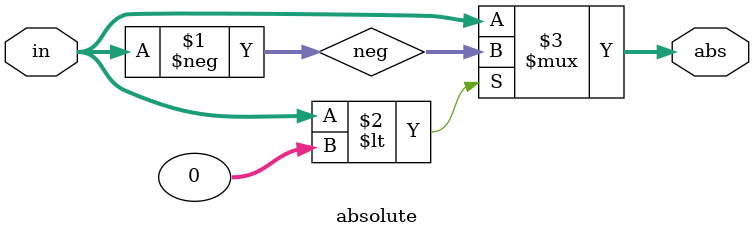
<source format=v>
module absolute
#(parameter WIDTH=13)
(
	in,abs
 );
 
	input signed[WIDTH-1:0] in;
	wire signed[WIDTH-1:0] neg;
	output  [WIDTH-1:0] abs;
	
	assign neg = -in;
	assign abs = (in < 0)? neg : in;
endmodule	
</source>
